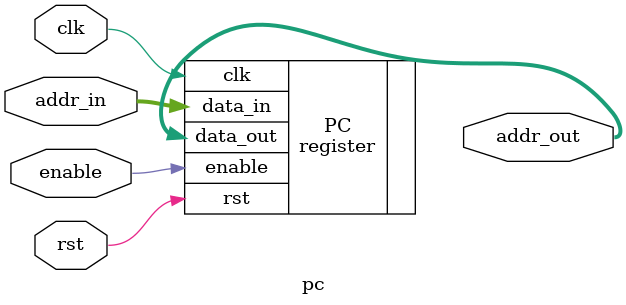
<source format=sv>
module pc(addr_out, addr_in, enable, clk, rst);
    input [63:0] addr_in;
    input enable, clk, rst;
    output [63:0] addr_out;

    register PC (.data_out(addr_out), .data_in(addr_in), .enable, .clk, .rst);
    
endmodule 
</source>
